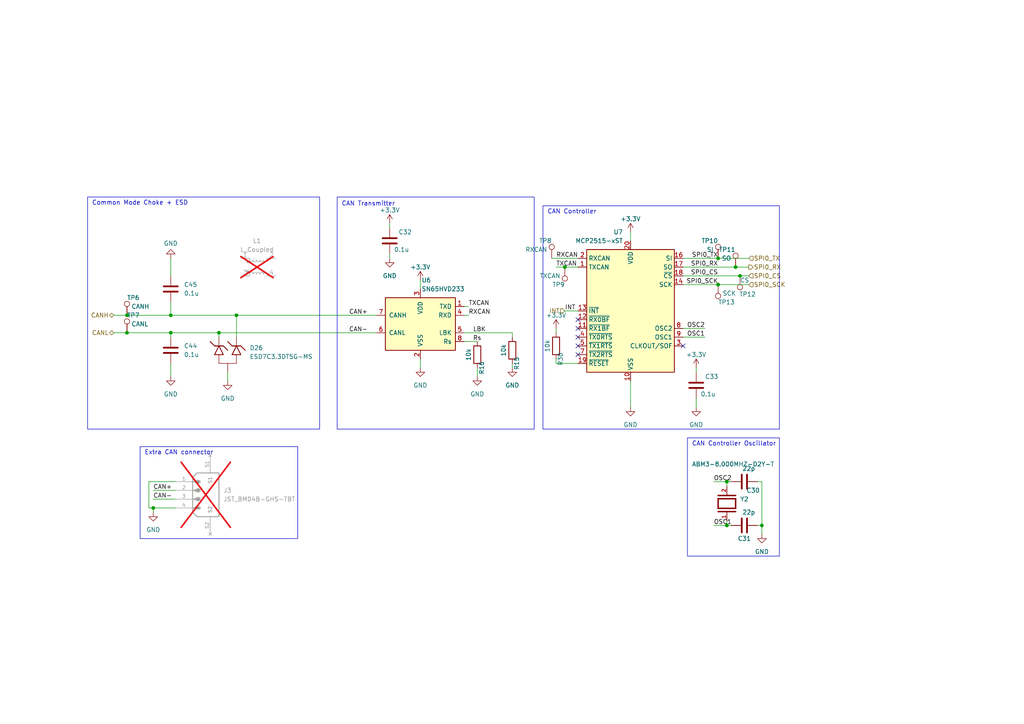
<source format=kicad_sch>
(kicad_sch (version 20250114) (generator "eeschema") (generator_version "9.0")
  (paper "A4")
  (lib_symbols
    (symbol "GND_1" (power) (pin_numbers (hide yes)) (pin_names (offset 0) (hide yes))
      (property "Value" "GND" (at 0 -3.81 0))
      (symbol "GND_1_0_1"
        (polyline (pts (xy 0 0) (xy 0 -1.27) (xy 1.27 -1.27) (xy 0 -2.54) (xy -1.27 -1.27) (xy 0 -1.27)))
      )
      (symbol "GND_1_1_1"
        (pin power_in line (at 0 0 270) (length 0) (name "~") (number "1"))
      )
    )
    (symbol "bots:ABM3-8.000MHZ-D2Y-T" (pin_names (offset 1.016))
      (property "Reference" "Y" (at -5.0878 3.8159 0))
      (property "Value" "ABM3-8.000MHZ-D2Y-T" (at -5.0944 -5.0944 0))
      (symbol "ABM3-8.000MHZ-D2Y-T_0_0"
        (polyline (pts (xy -2.3368 2.54) (xy -2.3368 -2.54)) (stroke (width 0.4064)))
        (polyline (pts (xy -1.397 2.54) (xy -1.397 -2.54)) (stroke (width 0.4064)))
        (polyline (pts (xy -1.397 2.54) (xy 1.397 2.54)) (stroke (width 0.4064)))
        (polyline (pts (xy 1.397 2.54) (xy 1.397 -2.54)) (stroke (width 0.4064)))
        (polyline (pts (xy 1.397 -2.54) (xy -1.397 -2.54)) (stroke (width 0.4064)))
        (polyline (pts (xy 2.3368 2.54) (xy 2.3368 -2.54)) (stroke (width 0.4064)))
        (pin passive line (at -5.08 0 0) (length 2.54) (name "~") (number "1"))
        (pin passive line (at 5.08 0 180) (length 2.54) (name "~") (number "2"))
      )
    )
    (symbol "bots:C_0.1u" (pin_numbers (hide yes)) (pin_names (offset 0.254))
      (property "Reference" "C" (at 0.635 2.54 0))
      (property "Value" "0.1u" (at 0.635 -2.54 0))
      (symbol "C_0.1u_0_1"
        (polyline (pts (xy -2.032 0.762) (xy 2.032 0.762)) (stroke (width 0.508)))
        (polyline (pts (xy -2.032 -0.762) (xy 2.032 -0.762)) (stroke (width 0.508)))
      )
      (symbol "C_0.1u_1_1"
        (pin passive line (at 0 3.81 270) (length 2.794) (name "~") (number "1"))
        (pin passive line (at 0 -3.81 90) (length 2.794) (name "~") (number "2"))
      )
    )
    (symbol "bots:C_22p" (pin_numbers (hide yes)) (pin_names (offset 0.254))
      (property "Reference" "C" (at 0.635 2.54 0))
      (property "Value" "C_22p" (at 0.635 -2.54 0))
      (symbol "C_22p_0_1"
        (polyline (pts (xy -2.032 0.762) (xy 2.032 0.762)) (stroke (width 0.508)))
        (polyline (pts (xy -2.032 -0.762) (xy 2.032 -0.762)) (stroke (width 0.508)))
      )
      (symbol "C_22p_1_1"
        (pin passive line (at 0 3.81 270) (length 2.794) (name "~") (number "1"))
        (pin passive line (at 0 -3.81 90) (length 2.794) (name "~") (number "2"))
      )
    )
    (symbol "bots:D_TVS_ESD" (pin_numbers (hide yes)) (pin_names (offset 1.016) (hide yes))
      (property "Reference" "D19" (at -0.6986 6.35 90))
      (property "Value" "ESD7C3.3DT5G-MS" (at 1.8414 6.35 90))
      (symbol "D_TVS_ESD_0_1"
        (polyline (pts (xy -1.27 3.81) (xy -1.27 1.27) (xy -2.54 0)) (stroke (width 0.254)))
        (polyline (pts (xy -1.27 1.27) (xy -1.27 3.81) (xy 0 5.08)) (stroke (width 0.254)))
        (polyline (pts (xy -1.27 -1.27) (xy -1.27 -3.81) (xy -2.54 -5.08)) (stroke (width 0.254)))
        (polyline (pts (xy -1.27 -3.81) (xy -1.27 -1.27) (xy 0 0)) (stroke (width 0.254)))
        (polyline (pts (xy 1.27 2.54) (xy 3.81 2.54) (xy 3.81 -2.54) (xy 1.27 -2.54)))
        (polyline (pts (xy 1.27 1.27) (xy 1.27 3.81) (xy -1.27 2.54) (xy 1.27 1.27)) (stroke (width 0.254)))
        (polyline (pts (xy 1.27 -3.81) (xy 1.27 -1.27) (xy -1.27 -2.54) (xy 1.27 -3.81)) (stroke (width 0.254)))
      )
      (symbol "D_TVS_ESD_1_1"
        (pin passive line (at -3.81 2.54 0) (length 2.54) (name "~") (number "1"))
        (pin passive line (at -3.81 -2.54 0) (length 2.54) (name "~") (number "2"))
        (pin passive line (at 6.35 0 180) (length 2.54) (name "~") (number "3"))
      )
    )
    (symbol "bots:JST_BM04B-GHS-TBT" (pin_names (offset 1.016))
      (property "Reference" "J" (at 0 6.35 0))
      (property "Value" "JST_BM04B-GHS-TBT" (at 10.16 -3.81 0))
      (symbol "JST_BM04B-GHS-TBT_0_0"
        (polyline (pts (xy 0 3.81) (xy 0 2.54)) (stroke (width 0.254)))
        (polyline (pts (xy 0 3.81) (xy 1.27 5.08)) (stroke (width 0.254)))
        (polyline (pts (xy 0 2.54) (xy 0 -6.35)) (stroke (width 0.254)))
        (polyline (pts (xy 0 2.54) (xy 1.905 2.54)) (stroke (width 0.254)))
        (polyline (pts (xy 0 0) (xy 1.905 0)) (stroke (width 0.254)))
        (polyline (pts (xy 0 -2.54) (xy 1.905 -2.54)) (stroke (width 0.254)))
        (polyline (pts (xy 0 -5.08) (xy 1.905 -5.08)) (stroke (width 0.254)))
        (polyline (pts (xy 0 -6.35) (xy 1.27 -7.62)) (stroke (width 0.254)))
        (rectangle (start 0.635 2.2225) (end 2.2225 2.8575) (stroke (width 0.1)) (fill (type outline)))
        (rectangle (start 0.635 -0.3175) (end 2.2225 0.3175) (stroke (width 0.1)) (fill (type outline)))
        (rectangle (start 0.635 -2.2225) (end 2.2225 -2.8575) (stroke (width 0.1)) (fill (type outline)))
        (rectangle (start 0.635 -4.7625) (end 2.2225 -5.3975) (stroke (width 0.1)) (fill (type outline)))
        (polyline (pts (xy 1.27 -7.62) (xy 7.62 -7.62)) (stroke (width 0.254)))
        (polyline (pts (xy 7.62 5.08) (xy 1.27 5.08)) (stroke (width 0.254)))
        (polyline (pts (xy 7.62 -7.62) (xy 7.62 5.08)) (stroke (width 0.254)))
        (pin passive line (at -5.08 2.54 0) (length 5.08) (name "1") (number "1"))
        (pin passive line (at -5.08 0 0) (length 5.08) (name "2") (number "2"))
        (pin passive line (at -5.08 -2.54 0) (length 5.08) (name "3") (number "3"))
      )
      (symbol "JST_BM04B-GHS-TBT_1_0"
        (pin passive line (at -5.08 -5.08 0) (length 5.08) (name "4") (number "4"))
        (pin no_connect line (at 5.08 10.16 270) (length 5.08) (name "S1") (number "S1"))
        (pin no_connect line (at 5.08 -12.7 90) (length 5.08) (name "S2") (number "S2"))
      )
    )
    (symbol "bots:L_Coupled" (pin_names (offset 0.254) (hide yes))
      (property "Reference" "L" (at 0 4.445 0))
      (property "Value" "L_Coupled" (at 0 -4.445 0))
      (symbol "L_Coupled_0_1"
        (circle (center -3.048 1.524) (radius 0.254) (fill (type outline)))
        (circle (center -3.048 -1.27) (radius 0.254) (fill (type outline)))
        (polyline (pts (xy -2.54 2.032) (xy -2.54 2.54)))
        (polyline (pts (xy -2.54 -2.032) (xy -2.54 -2.54)))
        (arc (start -1.524 2.032) (mid -2.032 1.5262) (end -2.54 2.032))
        (arc (start -2.54 -2.032) (mid -2.032 -1.5262) (end -1.524 -2.032))
        (arc (start -0.508 2.032) (mid -1.016 1.5262) (end -1.524 2.032))
        (arc (start -1.524 -2.032) (mid -1.016 -1.5262) (end -0.508 -2.032))
        (arc (start 0.508 2.032) (mid 0 1.5262) (end -0.508 2.032))
        (arc (start -0.508 -2.032) (mid 0 -1.5262) (end 0.508 -2.032))
        (arc (start 1.524 2.032) (mid 1.016 1.5262) (end 0.508 2.032))
        (arc (start 0.508 -2.032) (mid 1.016 -1.5262) (end 1.524 -2.032))
        (arc (start 2.54 2.032) (mid 2.032 1.5262) (end 1.524 2.032))
        (arc (start 1.524 -2.032) (mid 2.032 -1.5262) (end 2.54 -2.032))
        (polyline (pts (xy 2.54 2.54) (xy 2.54 2.032)))
        (polyline (pts (xy 2.54 -2.032) (xy 2.54 -2.54)))
      )
      (symbol "L_Coupled_1_1"
        (pin passive line (at -5.08 2.54 0) (length 2.54) (name "1") (number "1"))
        (pin passive line (at -5.08 -2.54 0) (length 2.54) (name "3") (number "3"))
        (pin passive line (at 5.08 2.54 180) (length 2.54) (name "2") (number "2"))
        (pin passive line (at 5.08 -2.54 180) (length 2.54) (name "4") (number "4"))
      )
    )
    (symbol "bots:MCP2515T-I/ST"
      (property "Reference" "U" (at -10.16 19.685 0))
      (property "Value" "MCP2515T-I/ST" (at 19.05 20.32 0))
      (symbol "MCP2515T-I/ST_0_1"
        (rectangle (start -12.7 17.78) (end 12.7 -17.78) (stroke (width 0.254)) (fill (type background)))
      )
      (symbol "MCP2515T-I/ST_1_1"
        (pin input line (at -15.24 15.24 0) (length 2.54) (name "SI") (number "16"))
        (pin output line (at -15.24 12.7 0) (length 2.54) (name "SO") (number "17"))
        (pin input line (at -15.24 10.16 0) (length 2.54) (name "~{CS}") (number "18"))
        (pin input line (at -15.24 7.62 0) (length 2.54) (name "SCK") (number "14"))
        (pin output line (at -15.24 -5.08 0) (length 2.54) (name "OSC2") (number "8"))
        (pin input line (at -15.24 -7.62 0) (length 2.54) (name "OSC1") (number "9"))
        (pin output line (at -15.24 -10.16 0) (length 2.54) (name "CLKOUT/SOF") (number "3"))
        (pin no_connect line (at -12.7 0 0) (length 2.54) (hide yes) (name "NC") (number "6"))
        (pin no_connect line (at -12.7 -2.54 0) (length 2.54) (hide yes) (name "NC") (number "15"))
        (pin power_in line (at 0 20.32 270) (length 2.54) (name "VDD") (number "20"))
        (pin power_in line (at 0 -20.32 90) (length 2.54) (name "VSS") (number "10"))
        (pin input line (at 15.24 15.24 180) (length 2.54) (name "RXCAN") (number "2"))
        (pin output line (at 15.24 12.7 180) (length 2.54) (name "TXCAN") (number "1"))
        (pin output line (at 15.24 0 180) (length 2.54) (name "~{INT}") (number "13"))
        (pin output line (at 15.24 -2.54 180) (length 2.54) (name "~{RX0BF}") (number "12"))
        (pin output line (at 15.24 -5.08 180) (length 2.54) (name "~{RX1BF}") (number "11"))
        (pin input line (at 15.24 -7.62 180) (length 2.54) (name "~{TX0RTS}") (number "4"))
        (pin input line (at 15.24 -10.16 180) (length 2.54) (name "~{TX1RTS}") (number "5"))
        (pin input line (at 15.24 -12.7 180) (length 2.54) (name "~{TX2RTS}") (number "7"))
        (pin input line (at 15.24 -15.24 180) (length 2.54) (name "~{RESET}") (number "19"))
      )
    )
    (symbol "bots:R_10k" (pin_numbers (hide yes)) (pin_names (offset 0))
      (property "Reference" "R" (at 2.032 0 90))
      (property "Value" "R_10k" (at 0 0 90))
      (symbol "R_10k_0_1"
        (rectangle (start -1.016 -2.54) (end 1.016 2.54) (stroke (width 0.254)))
      )
      (symbol "R_10k_1_1"
        (pin passive line (at 0 3.81 270) (length 1.27) (name "~") (number "1"))
        (pin passive line (at 0 -3.81 90) (length 1.27) (name "~") (number "2"))
      )
    )
    (symbol "bots:SN65HVD233" (pin_names (offset 1.016))
      (property "Reference" "U" (at -10.16 8.89 0))
      (property "Value" "SN65HVD233" (at 2.54 8.89 0))
      (symbol "SN65HVD233_0_1"
        (rectangle (start -10.16 7.62) (end 10.16 -7.62) (stroke (width 0.254)) (fill (type background)))
      )
      (symbol "SN65HVD233_1_1"
        (pin input line (at -12.7 5.08 0) (length 2.54) (name "TXD") (number "1"))
        (pin output line (at -12.7 2.54 0) (length 2.54) (name "RXD") (number "4"))
        (pin power_out line (at -12.7 -2.54 0) (length 2.54) (name "LBK") (number "5"))
        (pin input line (at -12.7 -5.08 0) (length 2.54) (name "Rs") (number "8"))
        (pin power_in line (at 0 10.16 270) (length 2.54) (name "VDD") (number "3"))
        (pin power_in line (at 0 -10.16 90) (length 2.54) (name "VSS") (number "2"))
        (pin bidirectional line (at 12.7 2.54 180) (length 2.54) (name "CANH") (number "7"))
        (pin bidirectional line (at 12.7 -2.54 180) (length 2.54) (name "CANL") (number "6"))
      )
    )
    (symbol "bots:TestPoint_1x1" (pin_numbers (hide yes)) (pin_names (offset 0.762) (hide yes)) (in_bom no)
      (property "Reference" "TP" (at 0 6.858 0))
      (property "Value" "TestPoint_1x1" (at 0 5.08 0))
      (symbol "TestPoint_1x1_0_1"
        (circle (center 0 3.302) (radius 0.762))
      )
      (symbol "TestPoint_1x1_1_1"
        (pin passive line (at 0 0 90) (length 2.54) (name "1") (number "1"))
      )
    )
    (symbol "bots:TestPoint_1x1drill" (pin_numbers (hide yes)) (pin_names (offset 0.762) (hide yes)) (in_bom no)
      (property "Reference" "TP" (at 0 6.858 0))
      (property "Value" "TestPoint_1x1drill" (at 0 5.08 0))
      (symbol "TestPoint_1x1drill_0_1"
        (circle (center 0 3.302) (radius 0.762))
      )
      (symbol "TestPoint_1x1drill_1_1"
        (pin passive line (at 0 0 90) (length 2.54) (name "1") (number "1"))
      )
    )
    (symbol "power:+3.3V" (power) (pin_names (offset 0))
      (property "Value" "+3.3V" (at 0 3.556 0))
      (symbol "+3.3V_0_1"
        (polyline (pts (xy -0.762 1.27) (xy 0 2.54)))
        (polyline (pts (xy 0 2.54) (xy 0.762 1.27)))
        (polyline (pts (xy 0 0) (xy 0 2.54)))
      )
      (symbol "+3.3V_1_1"
        (pin power_in line (at 0 0 90) (length 0) (hide yes) (name "+3.3V") (number "1"))
      )
    )
    (symbol "power:GND" (power) (pin_names (offset 0))
      (property "Value" "GND" (at 0 -3.81 0))
      (symbol "GND_0_1"
        (polyline (pts (xy 0 0) (xy 0 -1.27) (xy 1.27 -1.27) (xy 0 -2.54) (xy -1.27 -1.27) (xy 0 -1.27)))
      )
      (symbol "GND_1_1"
        (pin power_in line (at 0 0 270) (length 0) (hide yes) (name "GND") (number "1"))
      )
    )
  )
  (rectangle (start 25.4 57.15) (end 92.71 124.46))
  (rectangle (start 157.48 59.69) (end 226.06 124.46))
  (rectangle (start 40.64 129.54) (end 86.36 156.21))
  (rectangle (start 97.79 57.15) (end 154.94 124.46))
  (rectangle (start 199.39 127) (end 226.06 161.29))
  (text "CAN Controller\n" (at 158.75 62.23 0) (effects (font (size 1.27 1.27)) (justify left bottom)))
  (text "CAN Controller Oscillator\n" (at 200.66 129.54 0) (effects (font (size 1.27 1.27)) (justify left bottom)))
  (text "Extra CAN connector" (at 41.91 132.08 0) (effects (font (size 1.27 1.27)) (justify left bottom)))
  (text "CAN Transmitter\n" (at 99.06 59.944 0) (effects (font (size 1.27 1.27)) (justify left bottom)))
  (text "Common Mode Choke + ESD" (at 26.67 59.69 0) (effects (font (size 1.27 1.27)) (justify left bottom)))
  (junction (at 220.98 152.4))
  (junction (at 44.45 147.32))
  (junction (at 63.5 96.52))
  (junction (at 208.28 82.55))
  (junction (at 214.63 80.01))
  (junction (at 49.53 91.44))
  (junction (at 49.53 96.52))
  (junction (at 163.83 77.47))
  (junction (at 36.83 96.52))
  (junction (at 68.58 91.44))
  (junction (at 213.36 77.47))
  (junction (at 208.28 74.93))
  (junction (at 36.83 91.44))
  (junction (at 210.82 139.7))
  (junction (at 210.82 152.4))
  (no_connect (at 167.64 97.79))
  (no_connect (at 167.64 102.87))
  (no_connect (at 167.64 100.33))
  (no_connect (at 167.64 92.71))
  (no_connect (at 167.64 95.25))
  (no_connect (at 198.12 100.33))
  (wire (pts (xy 121.92 81.28) (xy 121.92 83.82)))
  (wire (pts (xy 36.83 91.44) (xy 49.53 91.44)))
  (wire (pts (xy 50.8 139.7) (xy 43.18 139.7)))
  (wire (pts (xy 163.83 77.47) (xy 167.64 77.47)))
  (wire (pts (xy 208.28 74.93) (xy 217.17 74.93)))
  (wire (pts (xy 44.45 142.24) (xy 50.8 142.24)))
  (wire (pts (xy 198.12 95.25) (xy 204.47 95.25)))
  (wire (pts (xy 63.5 96.52) (xy 109.22 96.52)))
  (wire (pts (xy 63.5 96.52) (xy 63.5 97.79)))
  (wire (pts (xy 44.45 147.32) (xy 50.8 147.32)))
  (wire (pts (xy 219.71 152.4) (xy 220.98 152.4)))
  (wire (pts (xy 49.53 74.93) (xy 49.53 80.01)))
  (wire (pts (xy 68.58 91.44) (xy 109.22 91.44)))
  (wire (pts (xy 160.02 74.93) (xy 167.64 74.93)))
  (wire (pts (xy 44.45 144.78) (xy 50.8 144.78)))
  (wire (pts (xy 182.88 67.31) (xy 182.88 69.85)))
  (wire (pts (xy 66.04 107.95) (xy 66.04 110.49)))
  (wire (pts (xy 163.83 90.17) (xy 167.64 90.17)))
  (wire (pts (xy 138.43 106.68) (xy 138.43 109.22)))
  (wire (pts (xy 198.12 97.79) (xy 204.47 97.79)))
  (wire (pts (xy 134.62 99.06) (xy 138.43 99.06)))
  (wire (pts (xy 113.03 73.66) (xy 113.03 74.93)))
  (wire (pts (xy 198.12 74.93) (xy 208.28 74.93)))
  (wire (pts (xy 135.89 88.9) (xy 134.62 88.9)))
  (wire (pts (xy 198.12 80.01) (xy 214.63 80.01)))
  (wire (pts (xy 214.63 80.01) (xy 217.17 80.01)))
  (wire (pts (xy 167.64 105.41) (xy 161.29 105.41)))
  (wire (pts (xy 161.29 95.25) (xy 161.29 96.52)))
  (wire (pts (xy 210.82 151.13) (xy 210.82 152.4)))
  (wire (pts (xy 161.29 77.47) (xy 163.83 77.47)))
  (wire (pts (xy 210.82 139.7) (xy 212.09 139.7)))
  (wire (pts (xy 113.03 64.77) (xy 113.03 66.04)))
  (wire (pts (xy 198.12 82.55) (xy 208.28 82.55)))
  (wire (pts (xy 148.59 96.52) (xy 148.59 97.79)))
  (wire (pts (xy 207.01 152.4) (xy 210.82 152.4)))
  (wire (pts (xy 161.29 105.41) (xy 161.29 104.14)))
  (wire (pts (xy 49.53 96.52) (xy 49.53 97.79)))
  (wire (pts (xy 49.53 105.41) (xy 49.53 109.22)))
  (wire (pts (xy 36.83 96.52) (xy 49.53 96.52)))
  (wire (pts (xy 49.53 87.63) (xy 49.53 91.44)))
  (wire (pts (xy 148.59 105.41) (xy 148.59 106.68)))
  (wire (pts (xy 43.18 147.32) (xy 44.45 147.32)))
  (wire (pts (xy 198.12 77.47) (xy 213.36 77.47)))
  (wire (pts (xy 135.89 91.44) (xy 134.62 91.44)))
  (wire (pts (xy 44.45 147.32) (xy 44.45 148.59)))
  (wire (pts (xy 220.98 139.7) (xy 220.98 152.4)))
  (wire (pts (xy 213.36 77.47) (xy 217.17 77.47)))
  (wire (pts (xy 49.53 96.52) (xy 63.5 96.52)))
  (wire (pts (xy 43.18 139.7) (xy 43.18 147.32)))
  (wire (pts (xy 219.71 139.7) (xy 220.98 139.7)))
  (wire (pts (xy 33.02 91.44) (xy 36.83 91.44)))
  (wire (pts (xy 68.58 91.44) (xy 68.58 97.79)))
  (wire (pts (xy 49.53 91.44) (xy 68.58 91.44)))
  (wire (pts (xy 220.98 154.94) (xy 220.98 152.4)))
  (wire (pts (xy 182.88 110.49) (xy 182.88 118.11)))
  (wire (pts (xy 207.01 139.7) (xy 210.82 139.7)))
  (wire (pts (xy 201.93 115.57) (xy 201.93 118.11)))
  (wire (pts (xy 121.92 104.14) (xy 121.92 106.68)))
  (wire (pts (xy 210.82 140.97) (xy 210.82 139.7)))
  (wire (pts (xy 208.28 82.55) (xy 217.17 82.55)))
  (wire (pts (xy 33.02 96.52) (xy 36.83 96.52)))
  (wire (pts (xy 201.93 106.68) (xy 201.93 107.95)))
  (wire (pts (xy 210.82 152.4) (xy 212.09 152.4)))
  (wire (pts (xy 134.62 96.52) (xy 148.59 96.52)))
  (label "OSC2" (at 207.01 139.7 0))
  (label "SPI0_TX" (at 208.28 74.93 180))
  (label "RXCAN" (at 135.89 91.44 0))
  (label "OSC1" (at 204.47 97.79 180))
  (label "RXCAN" (at 161.29 74.93 0))
  (label "CAN+" (at 44.45 142.24 0))
  (label "LBK" (at 137.16 96.52 0))
  (label "CAN+" (at 106.68 91.44 180))
  (label "Rs" (at 137.16 99.06 0))
  (label "SPI0_RX" (at 208.28 77.47 180))
  (label "OSC2" (at 204.47 95.25 180))
  (label "TXCAN" (at 161.29 77.47 0))
  (label "SPI0_SCK" (at 208.28 82.55 180))
  (label "INT" (at 163.83 90.17 0))
  (label "OSC1" (at 207.01 152.4 0))
  (label "CAN-" (at 106.68 96.52 180))
  (label "TXCAN" (at 135.89 88.9 0))
  (label "CAN-" (at 44.45 144.78 0))
  (label "SPI0_CS" (at 208.28 80.01 180))
  (hierarchical_label "SPI0_CS" (shape input) (at 217.17 80.01 0))
  (hierarchical_label "CANL" (shape bidirectional) (at 33.02 96.52 180))
  (hierarchical_label "CANH" (shape bidirectional) (at 33.02 91.44 180))
  (hierarchical_label "SPI0_SCK" (shape input) (at 217.17 82.55 0))
  (hierarchical_label "SPI0_TX" (shape input) (at 217.17 74.93 0))
  (hierarchical_label "SPI0_RX" (shape output) (at 217.17 77.47 0))
  (hierarchical_label "INT" (shape input) (at 163.83 90.17 180))
  (symbol (lib_id "bots:TestPoint_1x1") (at 208.28 82.55 0) (mirror x) (unit 1) (in_bom no)
    (property "Reference" "TP13" (at 208.28 87.63 0) (effects (justify left)))
    (property "Value" "SCK" (at 209.55 85.09 0) (effects (justify left)))
    (property "Footprint" "bots:TestPoint_Pad_1.0x1.0mm" (effects (hide yes)))
  )
  (symbol (lib_id "bots:R_10k") (at 148.59 101.6 0) (mirror y) (unit 1)
    (property "Reference" "R15" (at 149.86 105.41 90))
    (property "Value" "10k" (at 146.05 101.6 90))
    (property "Footprint" "bots:R_0603_1608Metric" (effects (hide yes)))
    (property "MPN" "0603WAF1002T5E" (effects (hide yes)))
    (property "Manufacturer" "UNI-ROYAL(Uniroyal Elec)" (effects (hide yes)))
    (property "Price" "0.0008" (effects (hide yes)))
    (property "JLC" "0603" (effects (hide yes)))
    (property "LCSC" "C25804" (effects (hide yes)))
    (property "JLC Extended" "no" (effects (hide yes)))
  )
  (symbol (lib_id "bots:TestPoint_1x1") (at 214.63 80.01 0) (mirror x) (unit 1) (in_bom no)
    (property "Reference" "TP12" (at 214.376 85.344 0) (effects (justify left)))
    (property "Value" "CS" (at 214.63 81.28 0) (effects (justify left)))
    (property "Footprint" "bots:TestPoint_Pad_1.0x1.0mm" (effects (hide yes)))
  )
  (symbol (lib_id "bots:JST_BM04B-GHS-TBT") (at 55.88 142.24 0) (unit 1) (in_bom no) (dnp yes)
    (property "Reference" "J3" (at 64.77 142.24 0) (effects (justify left)))
    (property "Value" "JST_BM04B-GHS-TBT" (at 64.77 144.78 0) (effects (justify left)))
    (property "Footprint" "bots:JST_BM04B-GHS-TBT" (effects (hide yes)))
    (property "MPN" "BM04B-GHS-TBT" (effects (hide yes)))
    (property "Manufacturer" "JST Sales America Inc." (effects (hide yes)))
    (property "Price" "0.31" (effects (hide yes)))
  )
  (symbol (lib_id "bots:SN65HVD233") (at 121.92 93.98 0) (mirror y) (unit 1) (in_bom no)
    (property "Reference" "U6" (at 122.2659 81.28 0) (effects (justify right)))
    (property "Value" "SN65HVD233" (at 122.2659 83.82 0) (effects (justify right)))
    (property "Footprint" "bots:SOIC-8_3.9x4.9mm_P1.27mm" (effects (hide yes)))
    (property "Datasheet" "http://ww1.microchip.com/downloads/en/devicedoc/21667d.pdf" (effects (hide yes)))
    (property "Description" "High-Speed CAN Transceiver, 1Mbps, 3.3V supply, SOIC-8" (effects (hide yes)))
    (property "MPN" "SN65HVD233" (effects (hide yes)))
    (property "Manufacturer" "Microchip" (effects (hide yes)))
    (property "Price" "2.12" (effects (hide yes)))
    (property "JLC" "8-SOIC" (effects (hide yes)))
    (property "LCSC" "C61643" (effects (hide yes)))
  )
  (symbol (lib_id "power:+3.3V") (at 182.88 67.31 0) (mirror y) (unit 1)
    (property "Reference" "#PWR023" (effects (hide yes)))
    (property "Value" "+3.3V" (at 182.88 63.5 0))
  )
  (symbol (lib_name "GND_1") (lib_id "power:GND") (at 49.53 74.93 180) (unit 1)
    (property "Reference" "#PWR0102" (effects (hide yes)))
    (property "Value" "GND" (at 49.53 70.5924 0))
    (property "Description" "Power symbol creates a global label with name \"GND\" , ground" (effects (hide yes)))
  )
  (symbol (lib_id "bots:TestPoint_1x1") (at 213.36 77.47 0) (mirror y) (unit 1) (in_bom no)
    (property "Reference" "TP11" (at 213.36 72.39 0) (effects (justify left)))
    (property "Value" "SO" (at 212.09 74.93 0) (effects (justify left)))
    (property "Footprint" "bots:TestPoint_Pad_1.0x1.0mm" (effects (hide yes)))
  )
  (symbol (lib_id "bots:R_10k") (at 138.43 102.87 0) (mirror y) (unit 1)
    (property "Reference" "R16" (at 139.7 106.68 90))
    (property "Value" "10k" (at 135.89 102.87 90))
    (property "Footprint" "bots:R_0603_1608Metric" (effects (hide yes)))
    (property "MPN" "0603WAF1002T5E" (effects (hide yes)))
    (property "Manufacturer" "UNI-ROYAL(Uniroyal Elec)" (effects (hide yes)))
    (property "Price" "0.0008" (effects (hide yes)))
    (property "JLC" "0603" (effects (hide yes)))
    (property "LCSC" "C25804" (effects (hide yes)))
    (property "JLC Extended" "no" (effects (hide yes)))
  )
  (symbol (lib_id "bots:C_22p") (at 215.9 139.7 90) (unit 1)
    (property "Reference" "C30" (at 218.44 142.24 90))
    (property "Value" "22p" (at 217.17 135.89 90))
    (property "Footprint" "bots:C_0603_1608Metric" (effects (hide yes)))
    (property "MPN" "CL10C220JB8NNNC" (effects (hide yes)))
    (property "Manufacturer" "Samsung Electro-Mechanics" (effects (hide yes)))
    (property "Price" "0.0052" (effects (hide yes)))
    (property "JLC" "0603" (effects (hide yes)))
    (property "LCSC" "C1653" (effects (hide yes)))
    (property "JLC Extended" "no" (effects (hide yes)))
  )
  (symbol (lib_id "bots:C_0.1u") (at 49.53 101.6 0) (unit 1)
    (property "Reference" "C44" (at 53.34 100.3299 0) (effects (justify left)))
    (property "Value" "0.1u" (at 53.34 102.8699 0) (effects (justify left)))
    (property "Footprint" "bots:C_0603_1608Metric" (effects (hide yes)))
    (property "Description" "Unpolarized capacitor" (effects (hide yes)))
    (property "MPN" "CC0603KRX7R9BB104" (effects (hide yes)))
    (property "Manufacturer" "YAGEO" (effects (hide yes)))
    (property "Price" "0.0021" (effects (hide yes)))
    (property "JLC" "0603" (effects (hide yes)))
    (property "LCSC" "C14663" (effects (hide yes)))
    (property "JLC Extended" "no" (effects (hide yes)))
  )
  (symbol (lib_id "bots:C_22p") (at 215.9 152.4 90) (unit 1)
    (property "Reference" "C31" (at 215.9 156.21 90))
    (property "Value" "22p" (at 217.17 148.59 90))
    (property "Footprint" "bots:C_0603_1608Metric" (effects (hide yes)))
    (property "MPN" "CL10C220JB8NNNC" (effects (hide yes)))
    (property "Manufacturer" "Samsung Electro-Mechanics" (effects (hide yes)))
    (property "Price" "0.0052" (effects (hide yes)))
    (property "JLC" "0603" (effects (hide yes)))
    (property "LCSC" "C1653" (effects (hide yes)))
    (property "JLC Extended" "no" (effects (hide yes)))
  )
  (symbol (lib_id "power:GND") (at 138.43 109.22 0) (unit 1)
    (property "Reference" "#PWR0100" (effects (hide yes)))
    (property "Value" "GND" (at 138.43 114.3 0))
  )
  (symbol (lib_id "bots:R_10k") (at 161.29 100.33 0) (mirror y) (unit 1)
    (property "Reference" "R30" (at 162.56 104.14 90))
    (property "Value" "10k" (at 158.75 100.33 90))
    (property "Footprint" "bots:R_0603_1608Metric" (effects (hide yes)))
    (property "MPN" "0603WAF1002T5E" (effects (hide yes)))
    (property "Manufacturer" "UNI-ROYAL(Uniroyal Elec)" (effects (hide yes)))
    (property "Price" "0.0008" (effects (hide yes)))
    (property "JLC" "0603" (effects (hide yes)))
    (property "LCSC" "C25804" (effects (hide yes)))
    (property "JLC Extended" "no" (effects (hide yes)))
  )
  (symbol (lib_id "bots:D_TVS_ESD") (at 66.04 101.6 270) (unit 1)
    (property "Reference" "D26" (at 72.39 100.9014 90) (effects (justify left)))
    (property "Value" "ESD7C3.3DT5G-MS" (at 72.39 103.4414 90) (effects (justify left)))
    (property "Footprint" "bots:SOT-723" (effects (hide yes)))
    (property "Description" "Zener diode ESD" (effects (hide yes)))
    (property "MPN" "ESD7C3.3DT5G-MS " (effects (hide yes)))
    (property "Manufacturer" "Micro Commercial Co" (effects (hide yes)))
    (property "Price" "0.63" (effects (hide yes)))
    (property "JLC" "SOT-723" (effects (hide yes)))
    (property "LCSC" "C5331072" (effects (hide yes)))
    (property "extended" "no" (effects (hide yes)))
  )
  (symbol (lib_id "power:+3.3V") (at 201.93 106.68 0) (mirror y) (unit 1)
    (property "Reference" "#PWR059" (effects (hide yes)))
    (property "Value" "+3.3V" (at 201.93 102.87 0))
  )
  (symbol (lib_id "power:GND") (at 148.59 106.68 0) (unit 1)
    (property "Reference" "#PWR057" (effects (hide yes)))
    (property "Value" "GND" (at 148.59 111.76 0))
  )
  (symbol (lib_id "bots:TestPoint_1x1drill") (at 36.83 96.52 0) (unit 1) (in_bom no)
    (property "Reference" "TP7" (at 36.83 91.44 0) (effects (justify left)))
    (property "Value" "CANL" (at 38.1 93.98 0) (effects (justify left)))
    (property "Footprint" "bots:TestPoint_Pad_1.0x1.0mm" (effects (hide yes)))
  )
  (symbol (lib_id "power:GND") (at 220.98 154.94 0) (unit 1)
    (property "Reference" "#PWR036" (effects (hide yes)))
    (property "Value" "GND" (at 220.98 160.02 0))
  )
  (symbol (lib_id "bots:TestPoint_1x1") (at 160.02 74.93 0) (mirror y) (unit 1) (in_bom no)
    (property "Reference" "TP8" (at 160.02 69.85 0) (effects (justify left)))
    (property "Value" "RXCAN" (at 158.75 72.39 0) (effects (justify left)))
    (property "Footprint" "bots:TestPoint_Pad_1.0x1.0mm" (effects (hide yes)))
  )
  (symbol (lib_id "bots:TestPoint_1x1") (at 163.83 77.47 180) (unit 1) (in_bom no)
    (property "Reference" "TP9" (at 163.83 82.55 0) (effects (justify left)))
    (property "Value" "TXCAN" (at 162.56 80.01 0) (effects (justify left)))
    (property "Footprint" "bots:TestPoint_Pad_1.0x1.0mm" (effects (hide yes)))
  )
  (symbol (lib_id "power:GND") (at 182.88 118.11 0) (unit 1)
    (property "Reference" "#PWR026" (effects (hide yes)))
    (property "Value" "GND" (at 182.88 123.19 0))
  )
  (symbol (lib_id "bots:MCP2515T-I/ST") (at 182.88 90.17 0) (mirror y) (unit 1)
    (property "Reference" "U7" (at 180.6859 67.31 0) (effects (justify left)))
    (property "Value" "MCP2515-xST" (at 180.6859 69.85 0) (effects (justify left)))
    (property "Footprint" "bots:TSSOP-20_4.4x6.5mm_P0.65mm" (effects (hide yes)))
    (property "Datasheet" "http://ww1.microchip.com/downloads/en/DeviceDoc/21801e.pdf" (effects (hide yes)))
    (property "MPN" "MCP2515T-I/ST" (effects (hide yes)))
    (property "Manufacturer" "Microchip" (effects (hide yes)))
    (property "Price" "1.2541" (effects (hide yes)))
    (property "JLC" "TSSOP-20" (effects (hide yes)))
    (property "LCSC" "C185941" (effects (hide yes)))
  )
  (symbol (lib_id "bots:L_Coupled") (at 74.93 77.47 0) (unit 1) (exclude_from_sim yes) (in_bom no) (on_board no) (dnp yes)
    (property "Reference" "L1" (at 74.549 69.85 0))
    (property "Value" "L_Coupled" (at 74.549 72.39 0))
    (property "Description" "Coupled inductor" (effects (hide yes)))
  )
  (symbol (lib_id "bots:C_0.1u") (at 113.03 69.85 0) (unit 1)
    (property "Reference" "C32" (at 115.57 67.31 0) (effects (justify left)))
    (property "Value" "0.1u" (at 114.3 72.39 0) (effects (justify left)))
    (property "Footprint" "bots:C_0603_1608Metric" (effects (hide yes)))
    (property "MPN" "CC0603KRX7R9BB104" (effects (hide yes)))
    (property "Manufacturer" "YAGEO" (effects (hide yes)))
    (property "Price" "0.0021" (effects (hide yes)))
    (property "JLC" "0603" (effects (hide yes)))
    (property "LCSC" "C14663" (effects (hide yes)))
    (property "JLC Extended" "no" (effects (hide yes)))
  )
  (symbol (lib_name "GND_1") (lib_id "power:GND") (at 49.53 109.22 0) (unit 1)
    (property "Reference" "#PWR0101" (effects (hide yes)))
    (property "Value" "GND" (at 49.53 114.3 0))
    (property "Description" "Power symbol creates a global label with name \"GND\" , ground" (effects (hide yes)))
  )
  (symbol (lib_id "power:+3.3V") (at 113.03 64.77 0) (mirror y) (unit 1)
    (property "Reference" "#PWR032" (effects (hide yes)))
    (property "Value" "+3.3V" (at 113.03 60.96 0))
  )
  (symbol (lib_id "power:+3.3V") (at 121.92 81.28 0) (mirror y) (unit 1)
    (property "Reference" "#PWR028" (effects (hide yes)))
    (property "Value" "+3.3V" (at 121.92 77.47 0))
  )
  (symbol (lib_id "power:GND") (at 201.93 118.11 0) (unit 1)
    (property "Reference" "#PWR060" (effects (hide yes)))
    (property "Value" "GND" (at 201.93 123.19 0))
  )
  (symbol (lib_id "bots:TestPoint_1x1") (at 208.28 74.93 0) (mirror y) (unit 1) (in_bom no)
    (property "Reference" "TP10" (at 208.28 69.85 0) (effects (justify left)))
    (property "Value" "SI" (at 207.01 72.39 0) (effects (justify left)))
    (property "Footprint" "bots:TestPoint_Pad_1.0x1.0mm" (effects (hide yes)))
  )
  (symbol (lib_id "bots:C_0.1u") (at 201.93 111.76 0) (unit 1)
    (property "Reference" "C33" (at 204.47 109.22 0) (effects (justify left)))
    (property "Value" "0.1u" (at 203.2 114.3 0) (effects (justify left)))
    (property "Footprint" "bots:C_0603_1608Metric" (effects (hide yes)))
    (property "MPN" "CC0603KRX7R9BB104" (effects (hide yes)))
    (property "Manufacturer" "YAGEO" (effects (hide yes)))
    (property "Price" "0.0021" (effects (hide yes)))
    (property "JLC" "0603" (effects (hide yes)))
    (property "LCSC" "C14663" (effects (hide yes)))
    (property "JLC Extended" "no" (effects (hide yes)))
  )
  (symbol (lib_id "bots:C_0.1u") (at 49.53 83.82 0) (unit 1)
    (property "Reference" "C45" (at 53.34 82.5499 0) (effects (justify left)))
    (property "Value" "0.1u" (at 53.34 85.0899 0) (effects (justify left)))
    (property "Footprint" "bots:C_0603_1608Metric" (effects (hide yes)))
    (property "Description" "Unpolarized capacitor" (effects (hide yes)))
    (property "MPN" "CC0603KRX7R9BB104" (effects (hide yes)))
    (property "Manufacturer" "YAGEO" (effects (hide yes)))
    (property "Price" "0.0021" (effects (hide yes)))
    (property "JLC" "0603" (effects (hide yes)))
    (property "LCSC" "C14663" (effects (hide yes)))
    (property "JLC Extended" "no" (effects (hide yes)))
  )
  (symbol (lib_id "power:GND") (at 113.03 74.93 0) (unit 1)
    (property "Reference" "#PWR058" (effects (hide yes)))
    (property "Value" "GND" (at 113.03 80.01 0))
  )
  (symbol (lib_id "power:+3.3V") (at 161.29 95.25 0) (mirror y) (unit 1)
    (property "Reference" "#PWR050" (effects (hide yes)))
    (property "Value" "+3.3V" (at 161.29 91.44 0))
  )
  (symbol (lib_id "power:GND") (at 121.92 106.68 0) (unit 1)
    (property "Reference" "#PWR056" (effects (hide yes)))
    (property "Value" "GND" (at 121.92 111.76 0))
  )
  (symbol (lib_id "power:GND") (at 44.45 148.59 0) (unit 1)
    (property "Reference" "#PWR044" (effects (hide yes)))
    (property "Value" "GND" (at 44.45 153.67 0))
  )
  (symbol (lib_id "bots:TestPoint_1x1drill") (at 36.83 91.44 0) (unit 1) (in_bom no)
    (property "Reference" "TP6" (at 36.83 86.36 0) (effects (justify left)))
    (property "Value" "CANH" (at 38.1 88.9 0) (effects (justify left)))
    (property "Footprint" "bots:TestPoint_Pad_1.0x1.0mm" (effects (hide yes)))
  )
  (symbol (lib_name "GND_1") (lib_id "power:GND") (at 66.04 110.49 0) (unit 1)
    (property "Reference" "#PWR0103" (effects (hide yes)))
    (property "Value" "GND" (at 66.04 115.57 0))
    (property "Description" "Power symbol creates a global label with name \"GND\" , ground" (effects (hide yes)))
  )
  (symbol (lib_id "bots:ABM3-8.000MHZ-D2Y-T") (at 210.82 146.05 90) (unit 1)
    (property "Reference" "Y2" (at 214.63 144.78 90) (effects (justify right)))
    (property "Value" "ABM3-8.000MHZ-D2Y-T" (at 200.66 134.62 90) (effects (justify right)))
    (property "Footprint" "bots:ABM3" (effects (hide yes)))
    (property "MPN" "ABM3-8.000MHZ-D2Y-T" (effects (hide yes)))
    (property "Price" "0.2279" (effects (hide yes)))
    (property "JLC" "SMD5032-2P" (effects (hide yes)))
    (property "LCSC" "C144380" (effects (hide yes)))
    (property "MANUFACTURER" "Cardinal Components" (effects (hide yes)))
    (property "Manufacturer" "Cardinal Components" (effects (hide yes)))
    (property "JLC Extended" "yes" (effects (hide yes)))
  )
)
</source>
